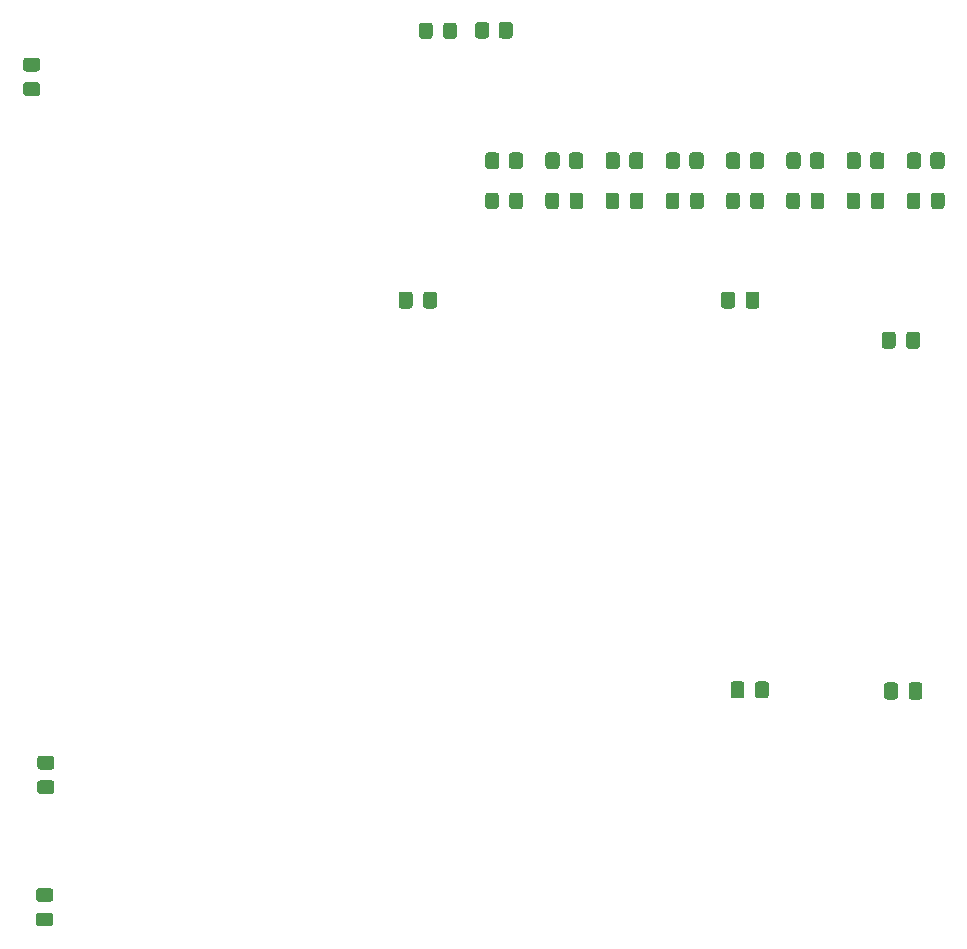
<source format=gtp>
G04 #@! TF.GenerationSoftware,KiCad,Pcbnew,(5.1.9)-1*
G04 #@! TF.CreationDate,2022-07-23T12:09:38-04:00*
G04 #@! TF.ProjectId,alu,616c752e-6b69-4636-9164-5f7063625858,1.0*
G04 #@! TF.SameCoordinates,Original*
G04 #@! TF.FileFunction,Paste,Top*
G04 #@! TF.FilePolarity,Positive*
%FSLAX46Y46*%
G04 Gerber Fmt 4.6, Leading zero omitted, Abs format (unit mm)*
G04 Created by KiCad (PCBNEW (5.1.9)-1) date 2022-07-23 12:09:38*
%MOMM*%
%LPD*%
G01*
G04 APERTURE LIST*
G04 APERTURE END LIST*
G36*
G01*
X135445000Y-48504999D02*
X135445000Y-49405001D01*
G75*
G02*
X135195001Y-49655000I-249999J0D01*
G01*
X134494999Y-49655000D01*
G75*
G02*
X134245000Y-49405001I0J249999D01*
G01*
X134245000Y-48504999D01*
G75*
G02*
X134494999Y-48255000I249999J0D01*
G01*
X135195001Y-48255000D01*
G75*
G02*
X135445000Y-48504999I0J-249999D01*
G01*
G37*
G36*
G01*
X137445000Y-48504999D02*
X137445000Y-49405001D01*
G75*
G02*
X137195001Y-49655000I-249999J0D01*
G01*
X136494999Y-49655000D01*
G75*
G02*
X136245000Y-49405001I0J249999D01*
G01*
X136245000Y-48504999D01*
G75*
G02*
X136494999Y-48255000I249999J0D01*
G01*
X137195001Y-48255000D01*
G75*
G02*
X137445000Y-48504999I0J-249999D01*
G01*
G37*
G36*
G01*
X131550000Y-49450001D02*
X131550000Y-48549999D01*
G75*
G02*
X131799999Y-48300000I249999J0D01*
G01*
X132450001Y-48300000D01*
G75*
G02*
X132700000Y-48549999I0J-249999D01*
G01*
X132700000Y-49450001D01*
G75*
G02*
X132450001Y-49700000I-249999J0D01*
G01*
X131799999Y-49700000D01*
G75*
G02*
X131550000Y-49450001I0J249999D01*
G01*
G37*
G36*
G01*
X129500000Y-49450001D02*
X129500000Y-48549999D01*
G75*
G02*
X129749999Y-48300000I249999J0D01*
G01*
X130400001Y-48300000D01*
G75*
G02*
X130650000Y-48549999I0J-249999D01*
G01*
X130650000Y-49450001D01*
G75*
G02*
X130400001Y-49700000I-249999J0D01*
G01*
X129749999Y-49700000D01*
G75*
G02*
X129500000Y-49450001I0J249999D01*
G01*
G37*
G36*
G01*
X97175000Y-52450000D02*
X96225000Y-52450000D01*
G75*
G02*
X95975000Y-52200000I0J250000D01*
G01*
X95975000Y-51525000D01*
G75*
G02*
X96225000Y-51275000I250000J0D01*
G01*
X97175000Y-51275000D01*
G75*
G02*
X97425000Y-51525000I0J-250000D01*
G01*
X97425000Y-52200000D01*
G75*
G02*
X97175000Y-52450000I-250000J0D01*
G01*
G37*
G36*
G01*
X97175000Y-54525000D02*
X96225000Y-54525000D01*
G75*
G02*
X95975000Y-54275000I0J250000D01*
G01*
X95975000Y-53600000D01*
G75*
G02*
X96225000Y-53350000I250000J0D01*
G01*
X97175000Y-53350000D01*
G75*
G02*
X97425000Y-53600000I0J-250000D01*
G01*
X97425000Y-54275000D01*
G75*
G02*
X97175000Y-54525000I-250000J0D01*
G01*
G37*
G36*
G01*
X137100000Y-60450001D02*
X137100000Y-59549999D01*
G75*
G02*
X137349999Y-59300000I249999J0D01*
G01*
X138050001Y-59300000D01*
G75*
G02*
X138300000Y-59549999I0J-249999D01*
G01*
X138300000Y-60450001D01*
G75*
G02*
X138050001Y-60700000I-249999J0D01*
G01*
X137349999Y-60700000D01*
G75*
G02*
X137100000Y-60450001I0J249999D01*
G01*
G37*
G36*
G01*
X135100000Y-60450001D02*
X135100000Y-59549999D01*
G75*
G02*
X135349999Y-59300000I249999J0D01*
G01*
X136050001Y-59300000D01*
G75*
G02*
X136300000Y-59549999I0J-249999D01*
G01*
X136300000Y-60450001D01*
G75*
G02*
X136050001Y-60700000I-249999J0D01*
G01*
X135349999Y-60700000D01*
G75*
G02*
X135100000Y-60450001I0J249999D01*
G01*
G37*
G36*
G01*
X142200000Y-60450001D02*
X142200000Y-59549999D01*
G75*
G02*
X142449999Y-59300000I249999J0D01*
G01*
X143150001Y-59300000D01*
G75*
G02*
X143400000Y-59549999I0J-249999D01*
G01*
X143400000Y-60450001D01*
G75*
G02*
X143150001Y-60700000I-249999J0D01*
G01*
X142449999Y-60700000D01*
G75*
G02*
X142200000Y-60450001I0J249999D01*
G01*
G37*
G36*
G01*
X140200000Y-60450001D02*
X140200000Y-59549999D01*
G75*
G02*
X140449999Y-59300000I249999J0D01*
G01*
X141150001Y-59300000D01*
G75*
G02*
X141400000Y-59549999I0J-249999D01*
G01*
X141400000Y-60450001D01*
G75*
G02*
X141150001Y-60700000I-249999J0D01*
G01*
X140449999Y-60700000D01*
G75*
G02*
X140200000Y-60450001I0J249999D01*
G01*
G37*
G36*
G01*
X147300000Y-60450001D02*
X147300000Y-59549999D01*
G75*
G02*
X147549999Y-59300000I249999J0D01*
G01*
X148250001Y-59300000D01*
G75*
G02*
X148500000Y-59549999I0J-249999D01*
G01*
X148500000Y-60450001D01*
G75*
G02*
X148250001Y-60700000I-249999J0D01*
G01*
X147549999Y-60700000D01*
G75*
G02*
X147300000Y-60450001I0J249999D01*
G01*
G37*
G36*
G01*
X145300000Y-60450001D02*
X145300000Y-59549999D01*
G75*
G02*
X145549999Y-59300000I249999J0D01*
G01*
X146250001Y-59300000D01*
G75*
G02*
X146500000Y-59549999I0J-249999D01*
G01*
X146500000Y-60450001D01*
G75*
G02*
X146250001Y-60700000I-249999J0D01*
G01*
X145549999Y-60700000D01*
G75*
G02*
X145300000Y-60450001I0J249999D01*
G01*
G37*
G36*
G01*
X152400000Y-60450001D02*
X152400000Y-59549999D01*
G75*
G02*
X152649999Y-59300000I249999J0D01*
G01*
X153350001Y-59300000D01*
G75*
G02*
X153600000Y-59549999I0J-249999D01*
G01*
X153600000Y-60450001D01*
G75*
G02*
X153350001Y-60700000I-249999J0D01*
G01*
X152649999Y-60700000D01*
G75*
G02*
X152400000Y-60450001I0J249999D01*
G01*
G37*
G36*
G01*
X150400000Y-60450001D02*
X150400000Y-59549999D01*
G75*
G02*
X150649999Y-59300000I249999J0D01*
G01*
X151350001Y-59300000D01*
G75*
G02*
X151600000Y-59549999I0J-249999D01*
G01*
X151600000Y-60450001D01*
G75*
G02*
X151350001Y-60700000I-249999J0D01*
G01*
X150649999Y-60700000D01*
G75*
G02*
X150400000Y-60450001I0J249999D01*
G01*
G37*
G36*
G01*
X157500000Y-60450001D02*
X157500000Y-59549999D01*
G75*
G02*
X157749999Y-59300000I249999J0D01*
G01*
X158450001Y-59300000D01*
G75*
G02*
X158700000Y-59549999I0J-249999D01*
G01*
X158700000Y-60450001D01*
G75*
G02*
X158450001Y-60700000I-249999J0D01*
G01*
X157749999Y-60700000D01*
G75*
G02*
X157500000Y-60450001I0J249999D01*
G01*
G37*
G36*
G01*
X155500000Y-60450001D02*
X155500000Y-59549999D01*
G75*
G02*
X155749999Y-59300000I249999J0D01*
G01*
X156450001Y-59300000D01*
G75*
G02*
X156700000Y-59549999I0J-249999D01*
G01*
X156700000Y-60450001D01*
G75*
G02*
X156450001Y-60700000I-249999J0D01*
G01*
X155749999Y-60700000D01*
G75*
G02*
X155500000Y-60450001I0J249999D01*
G01*
G37*
G36*
G01*
X162600000Y-60450001D02*
X162600000Y-59549999D01*
G75*
G02*
X162849999Y-59300000I249999J0D01*
G01*
X163550001Y-59300000D01*
G75*
G02*
X163800000Y-59549999I0J-249999D01*
G01*
X163800000Y-60450001D01*
G75*
G02*
X163550001Y-60700000I-249999J0D01*
G01*
X162849999Y-60700000D01*
G75*
G02*
X162600000Y-60450001I0J249999D01*
G01*
G37*
G36*
G01*
X160600000Y-60450001D02*
X160600000Y-59549999D01*
G75*
G02*
X160849999Y-59300000I249999J0D01*
G01*
X161550001Y-59300000D01*
G75*
G02*
X161800000Y-59549999I0J-249999D01*
G01*
X161800000Y-60450001D01*
G75*
G02*
X161550001Y-60700000I-249999J0D01*
G01*
X160849999Y-60700000D01*
G75*
G02*
X160600000Y-60450001I0J249999D01*
G01*
G37*
G36*
G01*
X167700000Y-60450001D02*
X167700000Y-59549999D01*
G75*
G02*
X167949999Y-59300000I249999J0D01*
G01*
X168650001Y-59300000D01*
G75*
G02*
X168900000Y-59549999I0J-249999D01*
G01*
X168900000Y-60450001D01*
G75*
G02*
X168650001Y-60700000I-249999J0D01*
G01*
X167949999Y-60700000D01*
G75*
G02*
X167700000Y-60450001I0J249999D01*
G01*
G37*
G36*
G01*
X165700000Y-60450001D02*
X165700000Y-59549999D01*
G75*
G02*
X165949999Y-59300000I249999J0D01*
G01*
X166650001Y-59300000D01*
G75*
G02*
X166900000Y-59549999I0J-249999D01*
G01*
X166900000Y-60450001D01*
G75*
G02*
X166650001Y-60700000I-249999J0D01*
G01*
X165949999Y-60700000D01*
G75*
G02*
X165700000Y-60450001I0J249999D01*
G01*
G37*
G36*
G01*
X172800000Y-60450001D02*
X172800000Y-59549999D01*
G75*
G02*
X173049999Y-59300000I249999J0D01*
G01*
X173750001Y-59300000D01*
G75*
G02*
X174000000Y-59549999I0J-249999D01*
G01*
X174000000Y-60450001D01*
G75*
G02*
X173750001Y-60700000I-249999J0D01*
G01*
X173049999Y-60700000D01*
G75*
G02*
X172800000Y-60450001I0J249999D01*
G01*
G37*
G36*
G01*
X170800000Y-60450001D02*
X170800000Y-59549999D01*
G75*
G02*
X171049999Y-59300000I249999J0D01*
G01*
X171750001Y-59300000D01*
G75*
G02*
X172000000Y-59549999I0J-249999D01*
G01*
X172000000Y-60450001D01*
G75*
G02*
X171750001Y-60700000I-249999J0D01*
G01*
X171049999Y-60700000D01*
G75*
G02*
X170800000Y-60450001I0J249999D01*
G01*
G37*
G36*
G01*
X137150000Y-63850001D02*
X137150000Y-62949999D01*
G75*
G02*
X137399999Y-62700000I249999J0D01*
G01*
X138050001Y-62700000D01*
G75*
G02*
X138300000Y-62949999I0J-249999D01*
G01*
X138300000Y-63850001D01*
G75*
G02*
X138050001Y-64100000I-249999J0D01*
G01*
X137399999Y-64100000D01*
G75*
G02*
X137150000Y-63850001I0J249999D01*
G01*
G37*
G36*
G01*
X135100000Y-63850001D02*
X135100000Y-62949999D01*
G75*
G02*
X135349999Y-62700000I249999J0D01*
G01*
X136000001Y-62700000D01*
G75*
G02*
X136250000Y-62949999I0J-249999D01*
G01*
X136250000Y-63850001D01*
G75*
G02*
X136000001Y-64100000I-249999J0D01*
G01*
X135349999Y-64100000D01*
G75*
G02*
X135100000Y-63850001I0J249999D01*
G01*
G37*
G36*
G01*
X142250000Y-63850001D02*
X142250000Y-62949999D01*
G75*
G02*
X142499999Y-62700000I249999J0D01*
G01*
X143150001Y-62700000D01*
G75*
G02*
X143400000Y-62949999I0J-249999D01*
G01*
X143400000Y-63850001D01*
G75*
G02*
X143150001Y-64100000I-249999J0D01*
G01*
X142499999Y-64100000D01*
G75*
G02*
X142250000Y-63850001I0J249999D01*
G01*
G37*
G36*
G01*
X140200000Y-63850001D02*
X140200000Y-62949999D01*
G75*
G02*
X140449999Y-62700000I249999J0D01*
G01*
X141100001Y-62700000D01*
G75*
G02*
X141350000Y-62949999I0J-249999D01*
G01*
X141350000Y-63850001D01*
G75*
G02*
X141100001Y-64100000I-249999J0D01*
G01*
X140449999Y-64100000D01*
G75*
G02*
X140200000Y-63850001I0J249999D01*
G01*
G37*
G36*
G01*
X147350000Y-63850001D02*
X147350000Y-62949999D01*
G75*
G02*
X147599999Y-62700000I249999J0D01*
G01*
X148250001Y-62700000D01*
G75*
G02*
X148500000Y-62949999I0J-249999D01*
G01*
X148500000Y-63850001D01*
G75*
G02*
X148250001Y-64100000I-249999J0D01*
G01*
X147599999Y-64100000D01*
G75*
G02*
X147350000Y-63850001I0J249999D01*
G01*
G37*
G36*
G01*
X145300000Y-63850001D02*
X145300000Y-62949999D01*
G75*
G02*
X145549999Y-62700000I249999J0D01*
G01*
X146200001Y-62700000D01*
G75*
G02*
X146450000Y-62949999I0J-249999D01*
G01*
X146450000Y-63850001D01*
G75*
G02*
X146200001Y-64100000I-249999J0D01*
G01*
X145549999Y-64100000D01*
G75*
G02*
X145300000Y-63850001I0J249999D01*
G01*
G37*
G36*
G01*
X152450000Y-63850001D02*
X152450000Y-62949999D01*
G75*
G02*
X152699999Y-62700000I249999J0D01*
G01*
X153350001Y-62700000D01*
G75*
G02*
X153600000Y-62949999I0J-249999D01*
G01*
X153600000Y-63850001D01*
G75*
G02*
X153350001Y-64100000I-249999J0D01*
G01*
X152699999Y-64100000D01*
G75*
G02*
X152450000Y-63850001I0J249999D01*
G01*
G37*
G36*
G01*
X150400000Y-63850001D02*
X150400000Y-62949999D01*
G75*
G02*
X150649999Y-62700000I249999J0D01*
G01*
X151300001Y-62700000D01*
G75*
G02*
X151550000Y-62949999I0J-249999D01*
G01*
X151550000Y-63850001D01*
G75*
G02*
X151300001Y-64100000I-249999J0D01*
G01*
X150649999Y-64100000D01*
G75*
G02*
X150400000Y-63850001I0J249999D01*
G01*
G37*
G36*
G01*
X157550000Y-63850001D02*
X157550000Y-62949999D01*
G75*
G02*
X157799999Y-62700000I249999J0D01*
G01*
X158450001Y-62700000D01*
G75*
G02*
X158700000Y-62949999I0J-249999D01*
G01*
X158700000Y-63850001D01*
G75*
G02*
X158450001Y-64100000I-249999J0D01*
G01*
X157799999Y-64100000D01*
G75*
G02*
X157550000Y-63850001I0J249999D01*
G01*
G37*
G36*
G01*
X155500000Y-63850001D02*
X155500000Y-62949999D01*
G75*
G02*
X155749999Y-62700000I249999J0D01*
G01*
X156400001Y-62700000D01*
G75*
G02*
X156650000Y-62949999I0J-249999D01*
G01*
X156650000Y-63850001D01*
G75*
G02*
X156400001Y-64100000I-249999J0D01*
G01*
X155749999Y-64100000D01*
G75*
G02*
X155500000Y-63850001I0J249999D01*
G01*
G37*
G36*
G01*
X162650000Y-63850001D02*
X162650000Y-62949999D01*
G75*
G02*
X162899999Y-62700000I249999J0D01*
G01*
X163550001Y-62700000D01*
G75*
G02*
X163800000Y-62949999I0J-249999D01*
G01*
X163800000Y-63850001D01*
G75*
G02*
X163550001Y-64100000I-249999J0D01*
G01*
X162899999Y-64100000D01*
G75*
G02*
X162650000Y-63850001I0J249999D01*
G01*
G37*
G36*
G01*
X160600000Y-63850001D02*
X160600000Y-62949999D01*
G75*
G02*
X160849999Y-62700000I249999J0D01*
G01*
X161500001Y-62700000D01*
G75*
G02*
X161750000Y-62949999I0J-249999D01*
G01*
X161750000Y-63850001D01*
G75*
G02*
X161500001Y-64100000I-249999J0D01*
G01*
X160849999Y-64100000D01*
G75*
G02*
X160600000Y-63850001I0J249999D01*
G01*
G37*
G36*
G01*
X167750000Y-63850001D02*
X167750000Y-62949999D01*
G75*
G02*
X167999999Y-62700000I249999J0D01*
G01*
X168650001Y-62700000D01*
G75*
G02*
X168900000Y-62949999I0J-249999D01*
G01*
X168900000Y-63850001D01*
G75*
G02*
X168650001Y-64100000I-249999J0D01*
G01*
X167999999Y-64100000D01*
G75*
G02*
X167750000Y-63850001I0J249999D01*
G01*
G37*
G36*
G01*
X165700000Y-63850001D02*
X165700000Y-62949999D01*
G75*
G02*
X165949999Y-62700000I249999J0D01*
G01*
X166600001Y-62700000D01*
G75*
G02*
X166850000Y-62949999I0J-249999D01*
G01*
X166850000Y-63850001D01*
G75*
G02*
X166600001Y-64100000I-249999J0D01*
G01*
X165949999Y-64100000D01*
G75*
G02*
X165700000Y-63850001I0J249999D01*
G01*
G37*
G36*
G01*
X172850000Y-63850001D02*
X172850000Y-62949999D01*
G75*
G02*
X173099999Y-62700000I249999J0D01*
G01*
X173750001Y-62700000D01*
G75*
G02*
X174000000Y-62949999I0J-249999D01*
G01*
X174000000Y-63850001D01*
G75*
G02*
X173750001Y-64100000I-249999J0D01*
G01*
X173099999Y-64100000D01*
G75*
G02*
X172850000Y-63850001I0J249999D01*
G01*
G37*
G36*
G01*
X170800000Y-63850001D02*
X170800000Y-62949999D01*
G75*
G02*
X171049999Y-62700000I249999J0D01*
G01*
X171700001Y-62700000D01*
G75*
G02*
X171950000Y-62949999I0J-249999D01*
G01*
X171950000Y-63850001D01*
G75*
G02*
X171700001Y-64100000I-249999J0D01*
G01*
X171049999Y-64100000D01*
G75*
G02*
X170800000Y-63850001I0J249999D01*
G01*
G37*
G36*
G01*
X128950000Y-71325000D02*
X128950000Y-72275000D01*
G75*
G02*
X128700000Y-72525000I-250000J0D01*
G01*
X128025000Y-72525000D01*
G75*
G02*
X127775000Y-72275000I0J250000D01*
G01*
X127775000Y-71325000D01*
G75*
G02*
X128025000Y-71075000I250000J0D01*
G01*
X128700000Y-71075000D01*
G75*
G02*
X128950000Y-71325000I0J-250000D01*
G01*
G37*
G36*
G01*
X131025000Y-71325000D02*
X131025000Y-72275000D01*
G75*
G02*
X130775000Y-72525000I-250000J0D01*
G01*
X130100000Y-72525000D01*
G75*
G02*
X129850000Y-72275000I0J250000D01*
G01*
X129850000Y-71325000D01*
G75*
G02*
X130100000Y-71075000I250000J0D01*
G01*
X130775000Y-71075000D01*
G75*
G02*
X131025000Y-71325000I0J-250000D01*
G01*
G37*
G36*
G01*
X98275000Y-122750000D02*
X97325000Y-122750000D01*
G75*
G02*
X97075000Y-122500000I0J250000D01*
G01*
X97075000Y-121825000D01*
G75*
G02*
X97325000Y-121575000I250000J0D01*
G01*
X98275000Y-121575000D01*
G75*
G02*
X98525000Y-121825000I0J-250000D01*
G01*
X98525000Y-122500000D01*
G75*
G02*
X98275000Y-122750000I-250000J0D01*
G01*
G37*
G36*
G01*
X98275000Y-124825000D02*
X97325000Y-124825000D01*
G75*
G02*
X97075000Y-124575000I0J250000D01*
G01*
X97075000Y-123900000D01*
G75*
G02*
X97325000Y-123650000I250000J0D01*
G01*
X98275000Y-123650000D01*
G75*
G02*
X98525000Y-123900000I0J-250000D01*
G01*
X98525000Y-124575000D01*
G75*
G02*
X98275000Y-124825000I-250000J0D01*
G01*
G37*
G36*
G01*
X98375000Y-111550000D02*
X97425000Y-111550000D01*
G75*
G02*
X97175000Y-111300000I0J250000D01*
G01*
X97175000Y-110625000D01*
G75*
G02*
X97425000Y-110375000I250000J0D01*
G01*
X98375000Y-110375000D01*
G75*
G02*
X98625000Y-110625000I0J-250000D01*
G01*
X98625000Y-111300000D01*
G75*
G02*
X98375000Y-111550000I-250000J0D01*
G01*
G37*
G36*
G01*
X98375000Y-113625000D02*
X97425000Y-113625000D01*
G75*
G02*
X97175000Y-113375000I0J250000D01*
G01*
X97175000Y-112700000D01*
G75*
G02*
X97425000Y-112450000I250000J0D01*
G01*
X98375000Y-112450000D01*
G75*
G02*
X98625000Y-112700000I0J-250000D01*
G01*
X98625000Y-113375000D01*
G75*
G02*
X98375000Y-113625000I-250000J0D01*
G01*
G37*
G36*
G01*
X156250000Y-71325000D02*
X156250000Y-72275000D01*
G75*
G02*
X156000000Y-72525000I-250000J0D01*
G01*
X155325000Y-72525000D01*
G75*
G02*
X155075000Y-72275000I0J250000D01*
G01*
X155075000Y-71325000D01*
G75*
G02*
X155325000Y-71075000I250000J0D01*
G01*
X156000000Y-71075000D01*
G75*
G02*
X156250000Y-71325000I0J-250000D01*
G01*
G37*
G36*
G01*
X158325000Y-71325000D02*
X158325000Y-72275000D01*
G75*
G02*
X158075000Y-72525000I-250000J0D01*
G01*
X157400000Y-72525000D01*
G75*
G02*
X157150000Y-72275000I0J250000D01*
G01*
X157150000Y-71325000D01*
G75*
G02*
X157400000Y-71075000I250000J0D01*
G01*
X158075000Y-71075000D01*
G75*
G02*
X158325000Y-71325000I0J-250000D01*
G01*
G37*
G36*
G01*
X170950000Y-105375000D02*
X170950000Y-104425000D01*
G75*
G02*
X171200000Y-104175000I250000J0D01*
G01*
X171875000Y-104175000D01*
G75*
G02*
X172125000Y-104425000I0J-250000D01*
G01*
X172125000Y-105375000D01*
G75*
G02*
X171875000Y-105625000I-250000J0D01*
G01*
X171200000Y-105625000D01*
G75*
G02*
X170950000Y-105375000I0J250000D01*
G01*
G37*
G36*
G01*
X168875000Y-105375000D02*
X168875000Y-104425000D01*
G75*
G02*
X169125000Y-104175000I250000J0D01*
G01*
X169800000Y-104175000D01*
G75*
G02*
X170050000Y-104425000I0J-250000D01*
G01*
X170050000Y-105375000D01*
G75*
G02*
X169800000Y-105625000I-250000J0D01*
G01*
X169125000Y-105625000D01*
G75*
G02*
X168875000Y-105375000I0J250000D01*
G01*
G37*
G36*
G01*
X157950000Y-105275000D02*
X157950000Y-104325000D01*
G75*
G02*
X158200000Y-104075000I250000J0D01*
G01*
X158875000Y-104075000D01*
G75*
G02*
X159125000Y-104325000I0J-250000D01*
G01*
X159125000Y-105275000D01*
G75*
G02*
X158875000Y-105525000I-250000J0D01*
G01*
X158200000Y-105525000D01*
G75*
G02*
X157950000Y-105275000I0J250000D01*
G01*
G37*
G36*
G01*
X155875000Y-105275000D02*
X155875000Y-104325000D01*
G75*
G02*
X156125000Y-104075000I250000J0D01*
G01*
X156800000Y-104075000D01*
G75*
G02*
X157050000Y-104325000I0J-250000D01*
G01*
X157050000Y-105275000D01*
G75*
G02*
X156800000Y-105525000I-250000J0D01*
G01*
X156125000Y-105525000D01*
G75*
G02*
X155875000Y-105275000I0J250000D01*
G01*
G37*
G36*
G01*
X170750000Y-75675000D02*
X170750000Y-74725000D01*
G75*
G02*
X171000000Y-74475000I250000J0D01*
G01*
X171675000Y-74475000D01*
G75*
G02*
X171925000Y-74725000I0J-250000D01*
G01*
X171925000Y-75675000D01*
G75*
G02*
X171675000Y-75925000I-250000J0D01*
G01*
X171000000Y-75925000D01*
G75*
G02*
X170750000Y-75675000I0J250000D01*
G01*
G37*
G36*
G01*
X168675000Y-75675000D02*
X168675000Y-74725000D01*
G75*
G02*
X168925000Y-74475000I250000J0D01*
G01*
X169600000Y-74475000D01*
G75*
G02*
X169850000Y-74725000I0J-250000D01*
G01*
X169850000Y-75675000D01*
G75*
G02*
X169600000Y-75925000I-250000J0D01*
G01*
X168925000Y-75925000D01*
G75*
G02*
X168675000Y-75675000I0J250000D01*
G01*
G37*
M02*

</source>
